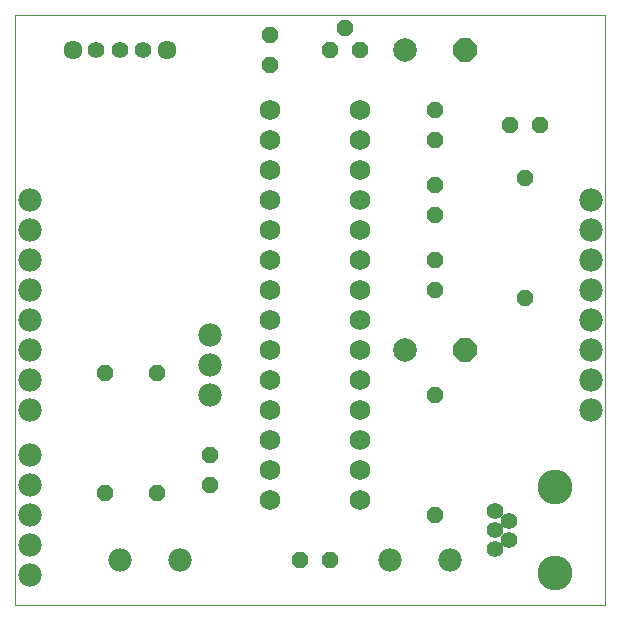
<source format=gbs>
G75*
%MOIN*%
%OFA0B0*%
%FSLAX25Y25*%
%IPPOS*%
%LPD*%
%AMOC8*
5,1,8,0,0,1.08239X$1,22.5*
%
%ADD10C,0.00000*%
%ADD11C,0.07800*%
%ADD12C,0.07900*%
%ADD13OC8,0.07900*%
%ADD14OC8,0.05600*%
%ADD15C,0.06337*%
%ADD16C,0.05550*%
%ADD17C,0.06800*%
%ADD18C,0.11620*%
D10*
X0001800Y0001800D02*
X0001800Y0198650D01*
X0198650Y0198650D01*
X0198650Y0001800D01*
X0001800Y0001800D01*
D11*
X0006800Y0011800D03*
X0006800Y0021800D03*
X0006800Y0031800D03*
X0006800Y0041800D03*
X0006800Y0051800D03*
X0006800Y0066800D03*
X0006800Y0076800D03*
X0006800Y0086800D03*
X0006800Y0096800D03*
X0006800Y0106800D03*
X0006800Y0116800D03*
X0006800Y0126800D03*
X0006800Y0136800D03*
X0066800Y0091800D03*
X0066800Y0081800D03*
X0066800Y0071800D03*
X0056800Y0016800D03*
X0036800Y0016800D03*
X0126800Y0016800D03*
X0146800Y0016800D03*
X0193800Y0066800D03*
X0193800Y0076800D03*
X0193800Y0086800D03*
X0193800Y0096800D03*
X0193800Y0106800D03*
X0193800Y0116800D03*
X0193800Y0126800D03*
X0193800Y0136800D03*
D12*
X0131800Y0086800D03*
X0131800Y0186800D03*
D13*
X0151800Y0186800D03*
X0151800Y0086800D03*
D14*
X0141800Y0071800D03*
X0171800Y0104300D03*
X0141800Y0106800D03*
X0141800Y0116800D03*
X0141800Y0131800D03*
X0141800Y0141800D03*
X0141800Y0156800D03*
X0141800Y0166800D03*
X0166800Y0161800D03*
X0176800Y0161800D03*
X0171800Y0144300D03*
X0116800Y0186800D03*
X0111800Y0194300D03*
X0106800Y0186800D03*
X0086800Y0181800D03*
X0086800Y0191800D03*
X0049300Y0079300D03*
X0031800Y0079300D03*
X0066800Y0051800D03*
X0066800Y0041800D03*
X0049300Y0039300D03*
X0031800Y0039300D03*
X0096800Y0016800D03*
X0106800Y0016800D03*
X0141800Y0031800D03*
D15*
X0052548Y0186800D03*
X0021052Y0186800D03*
D16*
X0028926Y0186800D03*
X0036800Y0186800D03*
X0044674Y0186800D03*
X0161721Y0033099D03*
X0166446Y0029950D03*
X0161721Y0026800D03*
X0166446Y0023650D03*
X0161721Y0020501D03*
D17*
X0116800Y0036800D03*
X0116800Y0046800D03*
X0116800Y0056800D03*
X0116800Y0066800D03*
X0116800Y0076800D03*
X0116800Y0086800D03*
X0116800Y0096800D03*
X0116800Y0106800D03*
X0116800Y0116800D03*
X0116800Y0126800D03*
X0116800Y0136800D03*
X0116800Y0146800D03*
X0116800Y0156800D03*
X0116800Y0166800D03*
X0086800Y0166800D03*
X0086800Y0156800D03*
X0086800Y0146800D03*
X0086800Y0136800D03*
X0086800Y0126800D03*
X0086800Y0116800D03*
X0086800Y0106800D03*
X0086800Y0096800D03*
X0086800Y0086800D03*
X0086800Y0076800D03*
X0086800Y0066800D03*
X0086800Y0056800D03*
X0086800Y0046800D03*
X0086800Y0036800D03*
D18*
X0181800Y0041170D03*
X0181800Y0012430D03*
M02*

</source>
